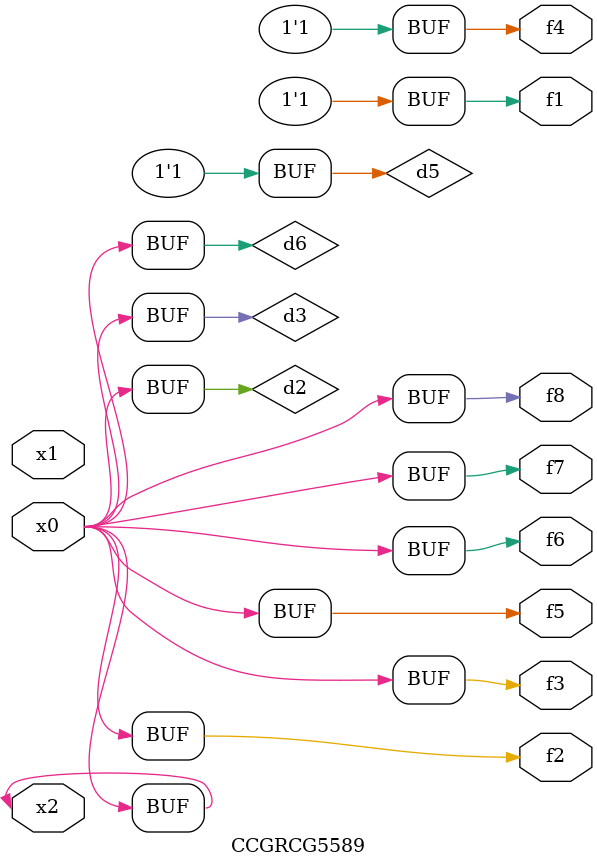
<source format=v>
module CCGRCG5589(
	input x0, x1, x2,
	output f1, f2, f3, f4, f5, f6, f7, f8
);

	wire d1, d2, d3, d4, d5, d6;

	xnor (d1, x2);
	buf (d2, x0, x2);
	and (d3, x0);
	xnor (d4, x1, x2);
	nand (d5, d1, d3);
	buf (d6, d2, d3);
	assign f1 = d5;
	assign f2 = d6;
	assign f3 = d6;
	assign f4 = d5;
	assign f5 = d6;
	assign f6 = d6;
	assign f7 = d6;
	assign f8 = d6;
endmodule

</source>
